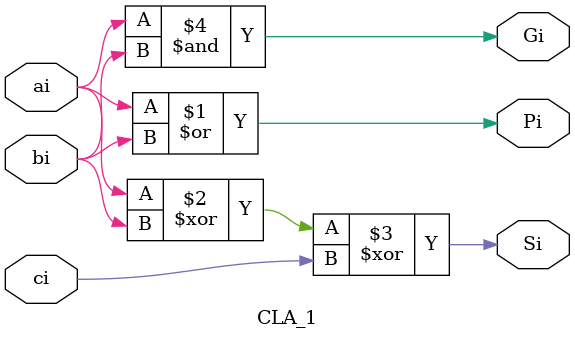
<source format=v>
module CLA_1(ai, bi, ci, Pi, Gi, Si);
input ai, bi, ci;
output Pi, Gi, Si;

or U1(Pi, ai, bi);

xor U2(Si, ai, bi, ci);
and U3(Gi, ai, bi);
endmodule

</source>
